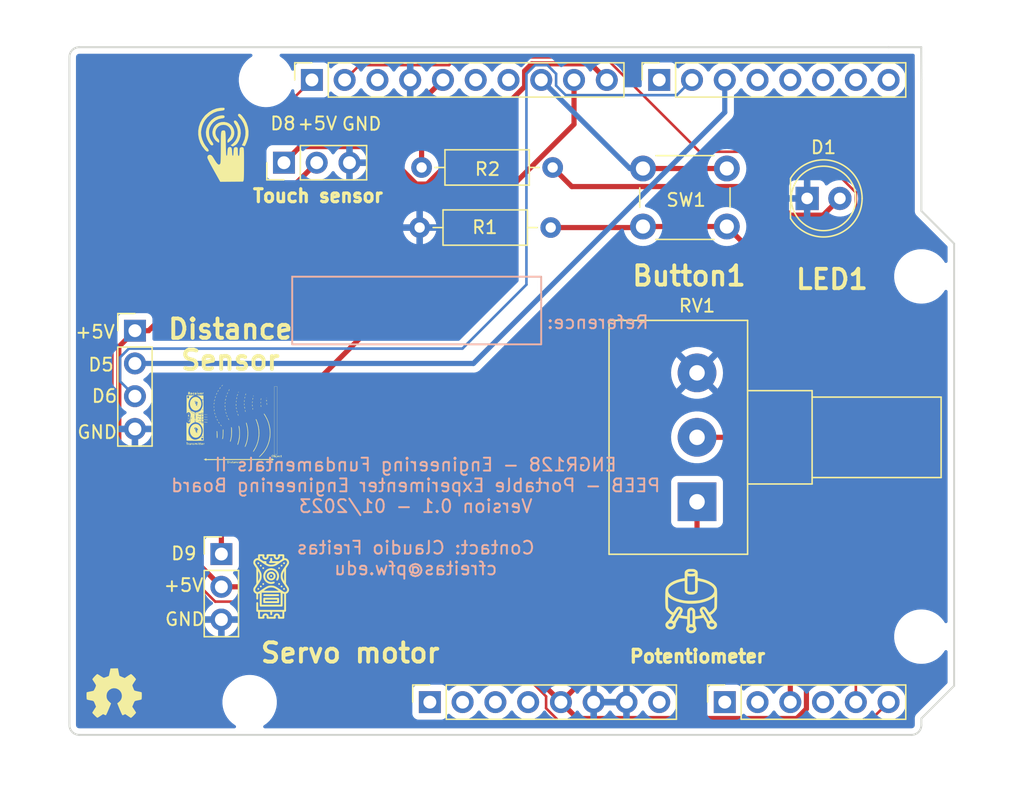
<source format=kicad_pcb>
(kicad_pcb (version 20211014) (generator pcbnew)
  (title_block (date "mar. 31 mars 2015"))
  (layers (0 "F.Cu" signal) (31 "B.Cu" signal) (34 "B.Paste" user) (35 "F.Paste" user) (36 "B.SilkS" user "B.Silkscreen") (37 "F.SilkS" user "F.Silkscreen") (38 "B.Mask" user) (39 "F.Mask" user) (44 "Edge.Cuts" user))
  (net 0 "")
  (net 1 "GND")
  (net 3 "+5V")
  (net 4 "/IOREF")
  (net 5 "Net-(D1-Pad2)")
  (net 6 "D13")
  (net 7 "D12")
  (net 8 "/A3")
  (net 9 "/SDA{slash}A4")
  (net 10 "/SCL{slash}A5")
  (net 11 "D11")
  (net 12 "D10")
  (net 13 "/AREF")
  (net 14 "D9")
  (net 15 "D8")
  (net 16 "A0")
  (net 17 "A1")
  (net 18 "A2")
  (net 19 "D7")
  (net 20 "D6")
  (net 21 "D5")
  (net 22 "D4")
  (net 23 "D3")
  (net 24 "/RX{slash}0")
  (net 25 "+3V3")
  (net 26 "VCC")
  (net 27 "/~{RESET}")
  (net 28 "D2")
  (net 29 "D1")
  (footprint "Connector_PinSocket_2.54mm:PinSocket_1x08_P2.54mm_Vertical" (layer "F.Cu") (at 127.94 97.46 90)
    (fp_text reference "J1" hide)
    (fp_text value "Power")
    (pad "1" thru_hole rect locked (at 0 0 90) (size 1.7 1.7) (drill 1) (layers *.Cu *.Mask))
    (pad "2" thru_hole oval locked (at 0 2.54 90) (size 1.7 1.7) (drill 1) (layers *.Cu *.Mask) (net 4 "/IOREF"))
    (pad "3" thru_hole oval locked (at 0 5.08 90) (size 1.7 1.7) (drill 1) (layers *.Cu *.Mask) (net 27 "/~{RESET}"))
    (pad "4" thru_hole oval locked (at 0 7.62 90) (size 1.7 1.7) (drill 1) (layers *.Cu *.Mask) (net 25 "+3V3"))
    (pad "5" thru_hole oval locked (at 0 10.16 90) (size 1.7 1.7) (drill 1) (layers *.Cu *.Mask) (net 3 "+5V"))
    (pad "6" thru_hole oval locked (at 0 12.7 90) (size 1.7 1.7) (drill 1) (layers *.Cu *.Mask) (net 1 "GND"))
    (pad "7" thru_hole oval locked (at 0 15.24 90) (size 1.7 1.7) (drill 1) (layers *.Cu *.Mask) (net 1 "GND"))
    (pad "8" thru_hole oval locked (at 0 17.78 90) (size 1.7 1.7) (drill 1) (layers *.Cu *.Mask) (net 26 "VCC"))
  )
  (footprint "Connector_PinSocket_2.54mm:PinSocket_1x06_P2.54mm_Vertical" (layer "F.Cu") (at 150.8 97.46 90)
    (fp_text reference "J3" hide)
    (fp_text value "Analog")
    (pad "1" thru_hole rect locked (at 0 0 90) (size 1.7 1.7) (drill 1) (layers *.Cu *.Mask) (net 16 "A0"))
    (pad "2" thru_hole oval locked (at 0 2.54 90) (size 1.7 1.7) (drill 1) (layers *.Cu *.Mask) (net 17 "A1"))
    (pad "3" thru_hole oval locked (at 0 5.08 90) (size 1.7 1.7) (drill 1) (layers *.Cu *.Mask) (net 18 "A2"))
    (pad "4" thru_hole oval locked (at 0 7.62 90) (size 1.7 1.7) (drill 1) (layers *.Cu *.Mask) (net 8 "/A3"))
    (pad "5" thru_hole oval locked (at 0 10.16 90) (size 1.7 1.7) (drill 1) (layers *.Cu *.Mask) (net 9 "/SDA{slash}A4"))
    (pad "6" thru_hole oval locked (at 0 12.7 90) (size 1.7 1.7) (drill 1) (layers *.Cu *.Mask) (net 10 "/SCL{slash}A5"))
  )
  (footprint "Connector_PinSocket_2.54mm:PinSocket_1x10_P2.54mm_Vertical" (layer "F.Cu") (at 118.796 49.2 90)
    (fp_text reference "J2" hide)
    (fp_text value "Digital/PWM")
    (pad "1" thru_hole rect locked (at 0 0 90) (size 1.7 1.7) (drill 1) (layers *.Cu *.Mask) (net 10 "/SCL{slash}A5"))
    (pad "2" thru_hole oval locked (at 0 2.54 90) (size 1.7 1.7) (drill 1) (layers *.Cu *.Mask) (net 9 "/SDA{slash}A4"))
    (pad "3" thru_hole oval locked (at 0 5.08 90) (size 1.7 1.7) (drill 1) (layers *.Cu *.Mask) (net 13 "/AREF"))
    (pad "4" thru_hole oval locked (at 0 7.62 90) (size 1.7 1.7) (drill 1) (layers *.Cu *.Mask) (net 1 "GND"))
    (pad "5" thru_hole oval locked (at 0 10.16 90) (size 1.7 1.7) (drill 1) (layers *.Cu *.Mask) (net 6 "D13"))
    (pad "6" thru_hole oval locked (at 0 12.7 90) (size 1.7 1.7) (drill 1) (layers *.Cu *.Mask) (net 7 "D12"))
    (pad "7" thru_hole oval locked (at 0 15.24 90) (size 1.7 1.7) (drill 1) (layers *.Cu *.Mask) (net 11 "D11"))
    (pad "8" thru_hole oval locked (at 0 17.78 90) (size 1.7 1.7) (drill 1) (layers *.Cu *.Mask) (net 12 "D10"))
    (pad "9" thru_hole oval locked (at 0 20.32 90) (size 1.7 1.7) (drill 1) (layers *.Cu *.Mask) (net 14 "D9"))
    (pad "10" thru_hole oval locked (at 0 22.86 90) (size 1.7 1.7) (drill 1) (layers *.Cu *.Mask) (net 15 "D8"))
  )
  (footprint "Connector_PinSocket_2.54mm:PinSocket_1x08_P2.54mm_Vertical" (layer "F.Cu") (at 145.72 49.2 90)
    (fp_text reference "J4" hide)
    (fp_text value "Digital/PWM")
    (pad "1" thru_hole rect locked (at 0 0 90) (size 1.7 1.7) (drill 1) (layers *.Cu *.Mask) (net 19 "D7"))
    (pad "2" thru_hole oval locked (at 0 2.54 90) (size 1.7 1.7) (drill 1) (layers *.Cu *.Mask) (net 20 "D6"))
    (pad "3" thru_hole oval locked (at 0 5.08 90) (size 1.7 1.7) (drill 1) (layers *.Cu *.Mask) (net 21 "D5"))
    (pad "4" thru_hole oval locked (at 0 7.62 90) (size 1.7 1.7) (drill 1) (layers *.Cu *.Mask) (net 22 "D4"))
    (pad "5" thru_hole oval locked (at 0 10.16 90) (size 1.7 1.7) (drill 1) (layers *.Cu *.Mask) (net 23 "D3"))
    (pad "6" thru_hole oval locked (at 0 12.7 90) (size 1.7 1.7) (drill 1) (layers *.Cu *.Mask) (net 28 "D2"))
    (pad "7" thru_hole oval locked (at 0 15.24 90) (size 1.7 1.7) (drill 1) (layers *.Cu *.Mask) (net 29 "D1"))
    (pad "8" thru_hole oval locked (at 0 17.78 90) (size 1.7 1.7) (drill 1) (layers *.Cu *.Mask) (net 24 "/RX{slash}0"))
  )
  (footprint "Resistor_THT:R_Axial_DIN0207_L6.3mm_D2.5mm_P10.16mm_Horizontal" (layer "F.Cu") (at 137.46 55.99 180)
    (fp_text reference "R2" (at 5.05 -0.13) (layer "F.SilkS"))
    (fp_text value "220")
    (pad "1" thru_hole circle (at 0 0 180) (size 1.6 1.6) (drill 0.8) (layers *.Cu *.Mask) (net 5 "Net-(D1-Pad2)"))
    (pad "2" thru_hole oval (at 10.16 0 180) (size 1.6 1.6) (drill 0.8) (layers *.Cu *.Mask) (net 6 "D13"))
  )
  (footprint "LOGO" (layer "F.Cu") (at 112.58 76)
    (fp_text reference "G***" hide)
    (fp_text value "LOGO" hide)
  )
  (footprint "LOGO" (layer "F.Cu") (at 103.459063 96.747022)
    (fp_text reference "G***" hide)
    (fp_text value "LOGO" hide)
  )
  (footprint "Arduino_MountingHole:MountingHole_3.2mm" (layer "F.Cu") (at 115.24 49.2)
    (fp_text reference "MH1" hide)
    (fp_text value "MountingHole_3.2mm" hide)
    (pad "" np_thru_hole circle locked (at 0 0) (size 3.2 3.2) (drill 3.2) (layers *.Cu *.Mask))
  )
  (footprint "Connector_PinHeader_2.54mm:PinHeader_1x03_P2.54mm_Vertical" (layer "F.Cu") (at 116.63 55.62 90)
    (fp_text reference "J6" hide)
    (fp_text value "Conn_01x03_Female")
    (pad "1" thru_hole rect (at 0 0 90) (size 1.7 1.7) (drill 1) (layers *.Cu *.Mask) (net 15 "D8"))
    (pad "2" thru_hole oval (at 0 2.54 90) (size 1.7 1.7) (drill 1) (layers *.Cu *.Mask) (net 3 "+5V"))
    (pad "3" thru_hole oval (at 0 5.08 90) (size 1.7 1.7) (drill 1) (layers *.Cu *.Mask) (net 1 "GND"))
  )
  (footprint "LOGO" (layer "F.Cu") (at 148.2 89.62)
    (fp_text reference "G***" hide)
    (fp_text value "LOGO" hide)
  )
  (footprint "Connector_PinHeader_2.54mm:PinHeader_1x03_P2.54mm_Vertical" (layer "F.Cu") (at 111.78 85.975)
    (fp_text reference "M1" hide)
    (fp_text value "Motor_Servo")
    (pad "1" thru_hole rect (at 0 0) (size 1.7 1.7) (drill 1) (layers *.Cu *.Mask) (net 14 "D9"))
    (pad "2" thru_hole oval (at 0 2.54) (size 1.7 1.7) (drill 1) (layers *.Cu *.Mask) (net 3 "+5V"))
    (pad "3" thru_hole oval (at 0 5.08) (size 1.7 1.7) (drill 1) (layers *.Cu *.Mask) (net 1 "GND"))
  )
  (footprint "Connector_PinHeader_2.54mm:PinHeader_1x04_P2.54mm_Vertical" (layer "F.Cu") (at 105.08 68.65)
    (fp_text reference "U1" hide)
    (fp_text value "HC-SR04")
    (pad "1" thru_hole rect (at 0 0) (size 1.7 1.7) (drill 1) (layers *.Cu *.Mask) (net 3 "+5V"))
    (pad "2" thru_hole oval (at 0 2.54) (size 1.7 1.7) (drill 1) (layers *.Cu *.Mask) (net 21 "D5"))
    (pad "3" thru_hole oval (at 0 5.08) (size 1.7 1.7) (drill 1) (layers *.Cu *.Mask) (net 20 "D6"))
    (pad "4" thru_hole oval (at 0 7.62) (size 1.7 1.7) (drill 1) (layers *.Cu *.Mask) (net 1 "GND"))
  )
  (footprint "LOGO" (layer "F.Cu") (at 115.64 88.49)
    (fp_text reference "G***" hide)
    (fp_text value "LOGO" hide)
  )
  (footprint "Resistor_THT:R_Axial_DIN0207_L6.3mm_D2.5mm_P10.16mm_Horizontal" (layer "F.Cu") (at 137.31 60.65 180)
    (fp_text reference "R1" (at 5.11 0.02) (layer "F.SilkS"))
    (fp_text value "10k")
    (pad "1" thru_hole circle (at 0 0 180) (size 1.6 1.6) (drill 0.8) (layers *.Cu *.Mask) (net 3 "+5V"))
    (pad "2" thru_hole oval (at 10.16 0 180) (size 1.6 1.6) (drill 0.8) (layers *.Cu *.Mask) (net 1 "GND"))
  )
  (footprint "Potentiometer_THT:Potentiometer_Alps_RK163_Single_Horizontal" (layer "F.Cu") (at 148.65 81.92 180)
    (fp_text reference "RV1" (at 0 15.2) (layer "F.SilkS"))
    (fp_text value "R_Potentiometer")
    (pad "1" thru_hole rect (at 0 0) (size 3 3) (drill 1.2) (layers *.Cu *.Mask) (net 3 "+5V"))
    (pad "2" thru_hole circle (at 0 5) (size 3 3) (drill 1.2) (layers *.Cu *.Mask) (net 18 "A2"))
    (pad "3" thru_hole circle (at 0 10) (size 3 3) (drill 1.2) (layers *.Cu *.Mask) (net 1 "GND"))
  )
  (footprint "Arduino_MountingHole:MountingHole_3.2mm" (layer "F.Cu") (at 113.97 97.46)
    (fp_text reference "MH2" hide)
    (fp_text value "MountingHole_3.2mm" hide)
    (pad "" np_thru_hole circle locked (at 0 0) (size 3.2 3.2) (drill 3.2) (layers *.Cu *.Mask))
  )
  (footprint "Buttons_Switches_THT:SW_PUSH_6mm" (layer "F.Cu") (at 150.96 60.57 180)
    (fp_text reference "SW1" (at 3.16 2.06) (layer "F.SilkS"))
    (fp_text value "SW_Push")
    (pad "1" thru_hole circle locked (at 0 0 270) (size 2 2) (drill 1.1) (layers *.Cu *.Mask) (net 3 "+5V"))
    (pad "1" thru_hole circle locked (at 6.5 0 270) (size 2 2) (drill 1.1) (layers *.Cu *.Mask) (net 3 "+5V"))
    (pad "2" thru_hole circle locked (at 6.5 4.5 270) (size 2 2) (drill 1.1) (layers *.Cu *.Mask) (net 12 "D10"))
    (pad "2" thru_hole circle locked (at 0 4.5 270) (size 2 2) (drill 1.1) (layers *.Cu *.Mask) (net 12 "D10"))
  )
  (footprint "LED_THT:LED_D5.0mm_IRGrey" (layer "F.Cu") (at 157.185 58.39)
    (fp_text reference "D1" (at 1.27 -3.96) (layer "F.SilkS"))
    (fp_text value "LED")
    (pad "1" thru_hole rect (at 0 0) (size 1.8 1.8) (drill 0.9) (layers *.Cu *.Mask) (net 1 "GND"))
    (pad "2" thru_hole circle (at 2.54 0) (size 1.8 1.8) (drill 0.9) (layers *.Cu *.Mask) (net 5 "Net-(D1-Pad2)"))
  )
  (footprint "Arduino_MountingHole:MountingHole_3.2mm" (layer "F.Cu") (at 166.04 64.44)
    (fp_text reference "MH3" hide)
    (fp_text value "MountingHole_3.2mm" hide)
    (pad "" np_thru_hole circle locked (at 0 0) (size 3.2 3.2) (drill 3.2) (layers *.Cu *.Mask))
  )
  (footprint "Arduino_MountingHole:MountingHole_3.2mm" (layer "F.Cu") (at 166.04 92.38)
    (fp_text reference "MH4" hide)
    (fp_text value "MountingHole_3.2mm" hide)
    (pad "" np_thru_hole circle locked (at 0 0) (size 3.2 3.2) (drill 3.2) (layers *.Cu *.Mask))
  )
  (footprint "LOGO" (layer "F.Cu") (at 111.945595 54.191722)
    (fp_text reference "G***" hide)
    (fp_text value "LOGO" hide)
  )
  (gr_rect (start 136.57 69.71) (end 117.27 64.46) (layer "B.SilkS") (width 0.15) (fill none))
  (gr_line (start 166.03 46.66) (end 166.04 49.2) (layer "Edge.Cuts") (width 0.15))
  (gr_line (start 166.04 59.36) (end 168.58 61.9) (layer "Edge.Cuts") (width 0.15))
  (gr_line (start 100 99.238) (end 100 47.422) (layer "Edge.Cuts") (width 0.15))
  (gr_line (start 168.58 61.9) (end 168.58 96.19) (layer "Edge.Cuts") (width 0.15))
  (gr_line (start 165.278 100) (end 100.762 100) (layer "Edge.Cuts") (width 0.15))
  (gr_line (start 100.762 46.66) (end 163.5 46.66) (layer "Edge.Cuts") (width 0.15))
  (gr_arc (start 100.762 100) (mid 100.223185 99.776815) (end 100 99.238) (layer "Edge.Cuts") (width 0.15))
  (gr_line (start 168.58 96.19) (end 166.04 98.73) (layer "Edge.Cuts") (width 0.15))
  (gr_arc (start 166.04 99.238) (mid 165.816815 99.776815) (end 165.278 100) (layer "Edge.Cuts") (width 0.15))
  (gr_line (start 163.5 46.66) (end 166.03 46.66) (layer "Edge.Cuts") (width 0.15))
  (gr_line (start 166.04 49.2) (end 166.04 59.36) (layer "Edge.Cuts") (width 0.15))
  (gr_line (start 166.04 98.73) (end 166.04 99.238) (layer "Edge.Cuts") (width 0.15))
  (gr_arc (start 100 47.422) (mid 100.223185 46.883185) (end 100.762 46.66) (layer "Edge.Cuts") (width 0.15))
  (gr_text "Reference:" (at 140.96 68) (layer "B.SilkS") (effects (font (size 1 1)) (justify mirror)))
  (gr_text "ENGR128 - Engineering Fundamentals II\nPEEB - Portable Experimenter Engineering Board\nVersion 0.1 - 01/2023\n\nContact: Claudio Freitas\ncfreitas@pfw.edu" (at 126.84 83.07) (layer "B.SilkS") (effects (font (size 1 1)) (justify mirror)))
  (gr_text "GND" (at 108.95 91.03) (layer "F.SilkS") (effects (font (size 1 1))))
  (gr_text "Distance\nSensor" (at 112.48 69.73) (layer "F.SilkS") (effects (font (size 1.5 1.5) (thickness 0.3))))
  (gr_text "Button1" (at 148.03 64.4) (layer "F.SilkS") (effects (font (size 1.5 1.5) (thickness 0.3))))
  (gr_text "Potentiometer" (at 148.69 93.91) (layer "F.SilkS") (effects (font (size 1 1) (thickness 0.25))))
  (gr_text "+5V" (at 108.85 88.39) (layer "F.SilkS") (effects (font (size 1 1))))
  (gr_text "GND" (at 122.655 52.61) (layer "F.SilkS") (effects (font (size 1 1))))
  (gr_text "LED1" (at 159.11 64.67) (layer "F.SilkS") (effects (font (size 1.5 1.5) (thickness 0.3))))
  (gr_text "+5V" (at 101.99 68.74) (layer "F.SilkS") (effects (font (size 1 1))))
  (gr_text "D9" (at 108.87 85.93) (layer "F.SilkS") (effects (font (size 1 1))))
  (gr_text "D6" (at 102.72 73.72) (layer "F.SilkS") (effects (font (size 1 1))))
  (gr_text "GND" (at 102.15 76.52) (layer "F.SilkS") (effects (font (size 1 1))))
  (gr_text "D8" (at 116.555 52.58) (layer "F.SilkS") (effects (font (size 1 1))))
  (gr_text "+5V" (at 119.225 52.58) (layer "F.SilkS") (effects (font (size 1 1))))
  (gr_text "Servo motor" (at 121.77 93.64) (layer "F.SilkS") (effects (font (size 1.5 1.5) (thickness 0.3))))
  (gr_text "D5" (at 102.45 71.29) (layer "F.SilkS") (effects (font (size 1 1))))
  (gr_text "Touch sensor" (at 119.265 58.19) (layer "F.SilkS") (effects (font (size 1 1) (thickness 0.25))))
  (segment (start 106.14 68.65) (end 105.08 68.65) (width 0.4) (layer "F.Cu") (net 3))
  (segment (start 156.377767 98.73) (end 139.37 98.73) (width 0.4) (layer "F.Cu") (net 3))
  (segment (start 129.155 88.515) (end 138.1 97.46) (width 0.4) (layer "F.Cu") (net 3))
  (segment (start 157.13 66.74) (end 157.13 97.977767) (width 0.4) (layer "F.Cu") (net 3))
  (segment (start 103.83 80.565) (end 111.78 88.515) (width 0.4) (layer "F.Cu") (net 3))
  (segment (start 119.17 55.62) (end 106.14 68.65) (width 0.4) (layer "F.Cu") (net 3))
  (segment (start 150.96 60.57) (end 157.13 66.74) (width 0.4) (layer "F.Cu") (net 3))
  (segment (start 103.83 69.9) (end 103.83 80.565) (width 0.4) (layer "F.Cu") (net 3))
  (segment (start 139.37 98.73) (end 138.1 97.46) (width 0.4) (layer "F.Cu") (net 3))
  (segment (start 144.38 60.65) (end 144.46 60.57) (width 0.4) (layer "F.Cu") (net 3))
  (segment (start 111.78 88.515) (end 129.155 88.515) (width 0.4) (layer "F.Cu") (net 3))
  (segment (start 148.65 86.91) (end 138.1 97.46) (width 0.4) (layer "F.Cu") (net 3))
  (segment (start 157.13 97.977767) (end 156.377767 98.73) (width 0.4) (layer "F.Cu") (net 3))
  (segment (start 105.08 68.65) (end 103.83 69.9) (width 0.4) (layer "F.Cu") (net 3))
  (segment (start 150.96 60.57) (end 144.46 60.57) (width 0.4) (layer "F.Cu") (net 3))
  (segment (start 137.31 60.65) (end 144.38 60.65) (width 0.4) (layer "F.Cu") (net 3))
  (segment (start 148.65 81.92) (end 148.65 86.91) (width 0.4) (layer "F.Cu") (net 3))
  (segment (start 155.885 59.69) (end 158.425 59.69) (width 0.4) (layer "F.Cu") (net 5))
  (segment (start 138.94 57.47) (end 153.665 57.47) (width 0.4) (layer "F.Cu") (net 5))
  (segment (start 158.425 59.69) (end 159.725 58.39) (width 0.4) (layer "F.Cu") (net 5))
  (segment (start 153.665 57.47) (end 155.885 59.69) (width 0.4) (layer "F.Cu") (net 5))
  (segment (start 137.46 55.99) (end 138.94 57.47) (width 0.4) (layer "F.Cu") (net 5))
  (segment (start 127.3 50.856) (end 128.956 49.2) (width 0.4) (layer "F.Cu") (net 6))
  (segment (start 127.3 55.99) (end 127.3 50.856) (width 0.4) (layer "F.Cu") (net 6))
  (segment (start 157.802057 54.77) (end 160.96 57.927943) (width 0.2) (layer "F.Cu") (net 9))
  (segment (start 121.336 49.2) (end 122.486 48.05) (width 0.2) (layer "F.Cu") (net 9))
  (segment (start 129.432346 48.05) (end 130.032346 47.45) (width 0.2) (layer "F.Cu") (net 9))
  (segment (start 141.532346 47.45) (end 148.852346 54.77) (width 0.2) (layer "F.Cu") (net 9))
  (segment (start 122.486 48.05) (end 129.432346 48.05) (width 0.2) (layer "F.Cu") (net 9))
  (segment (start 160.96 57.927943) (end 160.96 97.46) (width 0.2) (layer "F.Cu") (net 9))
  (segment (start 148.852346 54.77) (end 157.802057 54.77) (width 0.2) (layer "F.Cu") (net 9))
  (segment (start 130.032346 47.45) (end 141.532346 47.45) (width 0.2) (layer "F.Cu") (net 9))
  (segment (start 103.33 81.691346) (end 111.303654 89.665) (width 0.2) (layer "F.Cu") (net 10))
  (segment (start 103.33 64.666) (end 103.33 81.691346) (width 0.2) (layer "F.Cu") (net 10))
  (segment (start 136.95 97.936346) (end 138.243654 99.23) (width 0.2) (layer "F.Cu") (net 10))
  (segment (start 118.796 49.2) (end 103.33 64.666) (width 0.2) (layer "F.Cu") (net 10))
  (segment (start 136.95 97.017106) (end 136.95 97.936346) (width 0.2) (layer "F.Cu") (net 10))
  (segment (start 111.303654 89.665) (end 129.597894 89.665) (width 0.2) (layer "F.Cu") (net 10))
  (segment (start 161.73 99.23) (end 163.5 97.46) (width 0.2) (layer "F.Cu") (net 10))
  (segment (start 129.597894 89.665) (end 136.95 97.017106) (width 0.2) (layer "F.Cu") (net 10))
  (segment (start 138.243654 99.23) (end 161.73 99.23) (width 0.2) (layer "F.Cu") (net 10))
  (segment (start 150.96 56.07) (end 144.46 56.07) (width 0.4) (layer "F.Cu") (net 12))
  (segment (start 143.446 56.07) (end 144.46 56.07) (width 0.4) (layer "B.Cu") (net 12))
  (segment (start 136.576 49.2) (end 143.446 56.07) (width 0.4) (layer "B.Cu") (net 12))
  (segment (start 111.78 79.972943) (end 139.116 52.636943) (width 0.4) (layer "F.Cu") (net 14))
  (segment (start 111.78 85.975) (end 111.78 79.972943) (width 0.4) (layer "F.Cu") (net 14))
  (segment (start 139.116 52.636943) (end 139.116 49.2) (width 0.4) (layer "F.Cu") (net 14))
  (segment (start 123.982943 54.37) (end 126.892943 57.28) (width 0.4) (layer "F.Cu") (net 15))
  (segment (start 135.286 48.504) (end 135.84 47.95) (width 0.4) (layer "F.Cu") (net 15))
  (segment (start 126.892943 57.28) (end 127.723767 57.28) (width 0.4) (layer "F.Cu") (net 15))
  (segment (start 127.723767 57.28) (end 135.286 49.717767) (width 0.4) (layer "F.Cu") (net 15))
  (segment (start 135.84 47.95) (end 140.406 47.95) (width 0.4) (layer "F.Cu") (net 15))
  (segment (start 140.406 47.95) (end 141.656 49.2) (width 0.4) (layer "F.Cu") (net 15))
  (segment (start 116.63 55.62) (end 117.88 54.37) (width 0.4) (layer "F.Cu") (net 15))
  (segment (start 117.88 54.37) (end 123.982943 54.37) (width 0.4) (layer "F.Cu") (net 15))
  (segment (start 135.286 49.717767) (end 135.286 48.504) (width 0.4) (layer "F.Cu") (net 15))
  (segment (start 148.65 76.92) (end 151.28 76.92) (width 0.4) (layer "F.Cu") (net 18))
  (segment (start 155.88 81.52) (end 155.88 97.46) (width 0.4) (layer "F.Cu") (net 18))
  (segment (start 151.28 76.92) (end 155.88 81.52) (width 0.4) (layer "F.Cu") (net 18))
  (segment (start 137.726 49.642894) (end 138.463106 50.38) (width 0.2) (layer "B.Cu") (net 20))
  (segment (start 103.93 70.713654) (end 104.603654 70.04) (width 0.2) (layer "B.Cu") (net 20))
  (segment (start 138.463106 50.38) (end 147.08 50.38) (width 0.2) (layer "B.Cu") (net 20))
  (segment (start 137.052346 48.05) (end 137.726 48.723654) (width 0.2) (layer "B.Cu") (net 20))
  (segment (start 137.726 48.723654) (end 137.726 49.642894) (width 0.2) (layer "B.Cu") (net 20))
  (segment (start 103.93 72.58) (end 103.93 70.713654) (width 0.2) (layer "B.Cu") (net 20))
  (segment (start 147.08 50.38) (end 148.26 49.2) (width 0.2) (layer "B.Cu") (net 20))
  (segment (start 135.426 48.723654) (end 136.099654 48.05) (width 0.2) (layer "B.Cu") (net 20))
  (segment (start 104.603654 70.04) (end 130.462793 70.04) (width 0.2) (layer "B.Cu") (net 20))
  (segment (start 130.462793 70.04) (end 135.426 65.076793) (width 0.2) (layer "B.Cu") (net 20))
  (segment (start 105.08 73.73) (end 103.93 72.58) (width 0.2) (layer "B.Cu") (net 20))
  (segment (start 136.099654 48.05) (end 137.052346 48.05) (width 0.2) (layer "B.Cu") (net 20))
  (segment (start 135.426 65.076793) (end 135.426 48.723654) (width 0.2) (layer "B.Cu") (net 20))
  (segment (start 131.319899 71.19) (end 150.8 51.709899) (width 0.4) (layer "B.Cu") (net 21))
  (segment (start 105.08 71.19) (end 131.319899 71.19) (width 0.4) (layer "B.Cu") (net 21))
  (segment (start 150.8 51.709899) (end 150.8 49.2) (width 0.4) (layer "B.Cu") (net 21))
  (zone (net 1) (net_name "GND") (layer "B.Cu") (connect_pads (clearance 0.508)) (min_thickness 0.254) (fill yes (thermal_gap 0.508) (thermal_bridge_width 0.508))
    (polygon (pts (xy 174.01 104.92) (xy 94.62 103.7) (xy 96.25 43.1) (xy 172.68 43)))
  )
)
</source>
